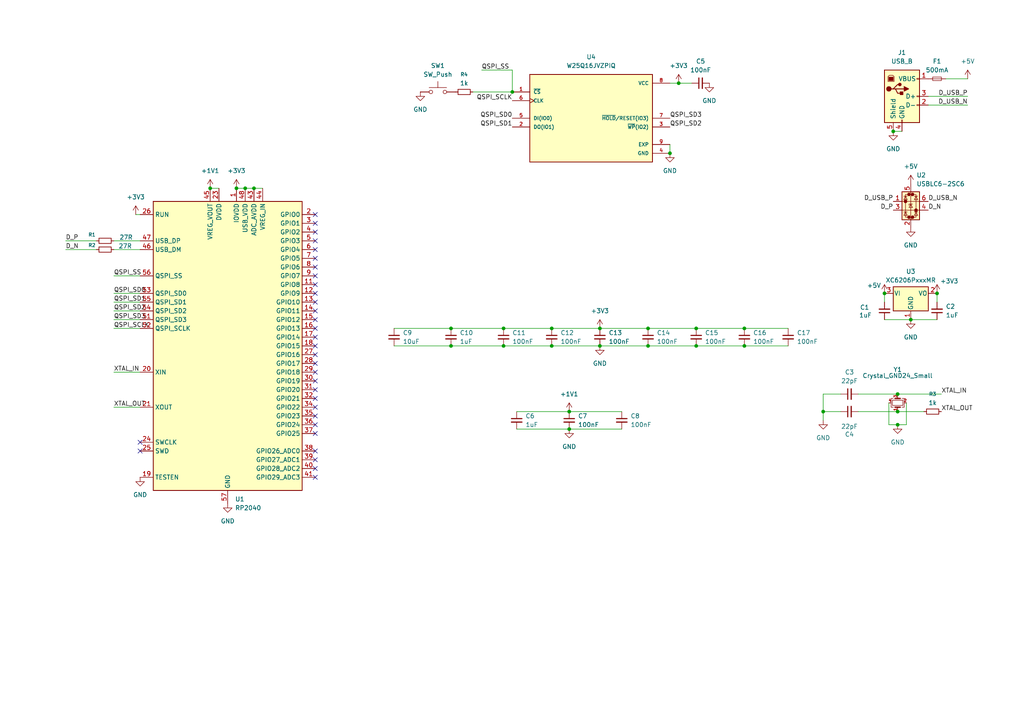
<source format=kicad_sch>
(kicad_sch (version 20250114) (generator "eeschema") (generator_version "9.0")
  (paper "A4")
  (lib_symbols
    (symbol "Connector:USB_B" (pin_names (offset 1.016))
      (property "Reference" "J" (at -5.08 11.43 0))
      (property "Value" "USB_B" (at -5.08 8.89 0))
      (symbol "USB_B_0_1"
        (rectangle (start -5.08 -7.62) (end 5.08 7.62) (stroke (width 0.254)) (fill (type background)))
        (polyline (pts (xy -4.064 4.318) (xy -2.286 4.318) (xy -2.286 5.715) (xy -2.667 6.096) (xy -3.683 6.096) (xy -4.064 5.715) (xy -4.064 4.318)))
        (rectangle (start -3.81 5.588) (end -2.54 4.572) (fill (type outline)))
        (circle (center -3.81 2.159) (radius 0.635) (stroke (width 0.254)) (fill (type outline)))
        (polyline (pts (xy -3.175 2.159) (xy -2.54 2.159) (xy -1.27 3.429) (xy -0.635 3.429)) (stroke (width 0.254)))
        (polyline (pts (xy -2.54 2.159) (xy -1.905 2.159) (xy -1.27 0.889) (xy 0 0.889)) (stroke (width 0.254)))
        (polyline (pts (xy -1.905 2.159) (xy 0.635 2.159)) (stroke (width 0.254)))
        (circle (center -0.635 3.429) (radius 0.381) (stroke (width 0.254)) (fill (type outline)))
        (rectangle (start -0.127 -7.62) (end 0.127 -6.858))
        (rectangle (start 0.254 1.27) (end -0.508 0.508) (stroke (width 0.254)) (fill (type outline)))
        (polyline (pts (xy 0.635 2.794) (xy 0.635 1.524) (xy 1.905 2.159) (xy 0.635 2.794)) (stroke (width 0.254)) (fill (type outline)))
        (rectangle (start 5.08 4.953) (end 4.318 5.207))
        (rectangle (start 5.08 -0.127) (end 4.318 0.127))
        (rectangle (start 5.08 -2.667) (end 4.318 -2.413))
      )
      (symbol "USB_B_1_1"
        (pin passive line (at -2.54 -10.16 90) (length 2.54) (name "Shield") (number "5"))
        (pin power_out line (at 0 -10.16 90) (length 2.54) (name "GND") (number "4"))
        (pin power_out line (at 7.62 5.08 180) (length 2.54) (name "VBUS") (number "1"))
        (pin bidirectional line (at 7.62 0 180) (length 2.54) (name "D+") (number "3"))
        (pin bidirectional line (at 7.62 -2.54 180) (length 2.54) (name "D-") (number "2"))
      )
    )
    (symbol "Device:C_Small" (pin_numbers (hide yes)) (pin_names (offset 0.254) (hide yes))
      (property "Reference" "C" (at 0.254 1.778 0))
      (property "Value" "C_Small" (at 0.254 -2.032 0))
      (symbol "C_Small_0_1"
        (polyline (pts (xy -1.524 0.508) (xy 1.524 0.508)) (stroke (width 0.3048)))
        (polyline (pts (xy -1.524 -0.508) (xy 1.524 -0.508)) (stroke (width 0.3302)))
      )
      (symbol "C_Small_1_1"
        (pin passive line (at 0 2.54 270) (length 2.032) (name "~") (number "1"))
        (pin passive line (at 0 -2.54 90) (length 2.032) (name "~") (number "2"))
      )
    )
    (symbol "Device:Crystal_GND24_Small" (pin_names (offset 1.016) (hide yes))
      (property "Reference" "Y" (at 1.27 4.445 0))
      (property "Value" "Crystal_GND24_Small" (at 1.27 2.54 0))
      (symbol "Crystal_GND24_Small_0_1"
        (polyline (pts (xy -1.27 1.27) (xy -1.27 1.905) (xy 1.27 1.905) (xy 1.27 1.27)))
        (polyline (pts (xy -1.27 -0.762) (xy -1.27 0.762)) (stroke (width 0.381)))
        (polyline (pts (xy -1.27 -1.27) (xy -1.27 -1.905) (xy 1.27 -1.905) (xy 1.27 -1.27)))
        (rectangle (start -0.762 -1.524) (end 0.762 1.524))
        (polyline (pts (xy 1.27 -0.762) (xy 1.27 0.762)) (stroke (width 0.381)))
      )
      (symbol "Crystal_GND24_Small_1_1"
        (pin passive line (at -2.54 0 0) (length 1.27) (name "1") (number "1"))
        (pin passive line (at 0 2.54 270) (length 0.635) (name "4") (number "4"))
        (pin passive line (at 0 -2.54 90) (length 0.635) (name "2") (number "2"))
        (pin passive line (at 2.54 0 180) (length 1.27) (name "3") (number "3"))
      )
    )
    (symbol "Device:Fuse_Small" (pin_numbers (hide yes)) (pin_names (offset 0.254) (hide yes))
      (property "Reference" "F" (at 0 -1.524 0))
      (property "Value" "Fuse_Small" (at 0 1.524 0))
      (symbol "Fuse_Small_0_1"
        (rectangle (start -1.27 0.508) (end 1.27 -0.508))
        (polyline (pts (xy -1.27 0) (xy 1.27 0)))
      )
      (symbol "Fuse_Small_1_1"
        (pin passive line (at -2.54 0 0) (length 1.27) (name "~") (number "1"))
        (pin passive line (at 2.54 0 180) (length 1.27) (name "~") (number "2"))
      )
    )
    (symbol "Device:R_Small" (pin_numbers (hide yes)) (pin_names (offset 0.254) (hide yes))
      (property "Reference" "R" (at 0 0 90))
      (property "Value" "R_Small" (at 1.778 0 90))
      (symbol "R_Small_0_1"
        (rectangle (start -0.762 1.778) (end 0.762 -1.778) (stroke (width 0.2032)))
      )
      (symbol "R_Small_1_1"
        (pin passive line (at 0 2.54 270) (length 0.762) (name "~") (number "1"))
        (pin passive line (at 0 -2.54 90) (length 0.762) (name "~") (number "2"))
      )
    )
    (symbol "MCU_RaspberryPi:RP2040"
      (property "Reference" "U" (at 17.78 45.72 0))
      (property "Value" "RP2040" (at 17.78 43.18 0))
      (symbol "RP2040_0_1"
        (rectangle (start -21.59 41.91) (end 21.59 -41.91) (stroke (width 0.254)) (fill (type background)))
      )
      (symbol "RP2040_1_1"
        (pin input line (at -25.4 38.1 0) (length 3.81) (name "RUN") (number "26"))
        (pin bidirectional line (at -25.4 30.48 0) (length 3.81) (name "USB_DP") (number "47"))
        (pin bidirectional line (at -25.4 27.94 0) (length 3.81) (name "USB_DM") (number "46"))
        (pin bidirectional line (at -25.4 20.32 0) (length 3.81) (name "QSPI_SS") (number "56"))
        (pin bidirectional line (at -25.4 15.24 0) (length 3.81) (name "QSPI_SD0") (number "53"))
        (pin bidirectional line (at -25.4 12.7 0) (length 3.81) (name "QSPI_SD1") (number "55"))
        (pin bidirectional line (at -25.4 10.16 0) (length 3.81) (name "QSPI_SD2") (number "54"))
        (pin bidirectional line (at -25.4 7.62 0) (length 3.81) (name "QSPI_SD3") (number "51"))
        (pin output line (at -25.4 5.08 0) (length 3.81) (name "QSPI_SCLK") (number "52"))
        (pin input line (at -25.4 -7.62 0) (length 3.81) (name "XIN") (number "20"))
        (pin passive line (at -25.4 -17.78 0) (length 3.81) (name "XOUT") (number "21"))
        (pin input line (at -25.4 -27.94 0) (length 3.81) (name "SWCLK") (number "24"))
        (pin bidirectional line (at -25.4 -30.48 0) (length 3.81) (name "SWD") (number "25"))
        (pin input line (at -25.4 -38.1 0) (length 3.81) (name "TESTEN") (number "19"))
        (pin power_out line (at -5.08 45.72 270) (length 3.81) (name "VREG_VOUT") (number "45"))
        (pin power_in line (at -2.54 45.72 270) (length 3.81) (name "DVDD") (number "23"))
        (pin passive line (at -2.54 45.72 270) (length 3.81) (hide yes) (name "DVDD") (number "50"))
        (pin power_in line (at 0 -45.72 90) (length 3.81) (name "GND") (number "57"))
        (pin power_in line (at 2.54 45.72 270) (length 3.81) (name "IOVDD") (number "1"))
        (pin passive line (at 2.54 45.72 270) (length 3.81) (hide yes) (name "IOVDD") (number "10"))
        (pin passive line (at 2.54 45.72 270) (length 3.81) (hide yes) (name "IOVDD") (number "22"))
        (pin passive line (at 2.54 45.72 270) (length 3.81) (hide yes) (name "IOVDD") (number "33"))
        (pin passive line (at 2.54 45.72 270) (length 3.81) (hide yes) (name "IOVDD") (number "42"))
        (pin passive line (at 2.54 45.72 270) (length 3.81) (hide yes) (name "IOVDD") (number "49"))
        (pin power_in line (at 5.08 45.72 270) (length 3.81) (name "USB_VDD") (number "48"))
        (pin power_in line (at 7.62 45.72 270) (length 3.81) (name "ADC_AVDD") (number "43"))
        (pin power_in line (at 10.16 45.72 270) (length 3.81) (name "VREG_IN") (number "44"))
        (pin bidirectional line (at 25.4 38.1 180) (length 3.81) (name "GPIO0") (number "2"))
        (pin bidirectional line (at 25.4 35.56 180) (length 3.81) (name "GPIO1") (number "3"))
        (pin bidirectional line (at 25.4 33.02 180) (length 3.81) (name "GPIO2") (number "4"))
        (pin bidirectional line (at 25.4 30.48 180) (length 3.81) (name "GPIO3") (number "5"))
        (pin bidirectional line (at 25.4 27.94 180) (length 3.81) (name "GPIO4") (number "6"))
        (pin bidirectional line (at 25.4 25.4 180) (length 3.81) (name "GPIO5") (number "7"))
        (pin bidirectional line (at 25.4 22.86 180) (length 3.81) (name "GPIO6") (number "8"))
        (pin bidirectional line (at 25.4 20.32 180) (length 3.81) (name "GPIO7") (number "9"))
        (pin bidirectional line (at 25.4 17.78 180) (length 3.81) (name "GPIO8") (number "11"))
        (pin bidirectional line (at 25.4 15.24 180) (length 3.81) (name "GPIO9") (number "12"))
        (pin bidirectional line (at 25.4 12.7 180) (length 3.81) (name "GPIO10") (number "13"))
        (pin bidirectional line (at 25.4 10.16 180) (length 3.81) (name "GPIO11") (number "14"))
        (pin bidirectional line (at 25.4 7.62 180) (length 3.81) (name "GPIO12") (number "15"))
        (pin bidirectional line (at 25.4 5.08 180) (length 3.81) (name "GPIO13") (number "16"))
        (pin bidirectional line (at 25.4 2.54 180) (length 3.81) (name "GPIO14") (number "17"))
        (pin bidirectional line (at 25.4 0 180) (length 3.81) (name "GPIO15") (number "18"))
        (pin bidirectional line (at 25.4 -2.54 180) (length 3.81) (name "GPIO16") (number "27"))
        (pin bidirectional line (at 25.4 -5.08 180) (length 3.81) (name "GPIO17") (number "28"))
        (pin bidirectional line (at 25.4 -7.62 180) (length 3.81) (name "GPIO18") (number "29"))
        (pin bidirectional line (at 25.4 -10.16 180) (length 3.81) (name "GPIO19") (number "30"))
        (pin bidirectional line (at 25.4 -12.7 180) (length 3.81) (name "GPIO20") (number "31"))
        (pin bidirectional line (at 25.4 -15.24 180) (length 3.81) (name "GPIO21") (number "32"))
        (pin bidirectional line (at 25.4 -17.78 180) (length 3.81) (name "GPIO22") (number "34"))
        (pin bidirectional line (at 25.4 -20.32 180) (length 3.81) (name "GPIO23") (number "35"))
        (pin bidirectional line (at 25.4 -22.86 180) (length 3.81) (name "GPIO24") (number "36"))
        (pin bidirectional line (at 25.4 -25.4 180) (length 3.81) (name "GPIO25") (number "37"))
        (pin bidirectional line (at 25.4 -30.48 180) (length 3.81) (name "GPIO26_ADC0") (number "38"))
        (pin bidirectional line (at 25.4 -33.02 180) (length 3.81) (name "GPIO27_ADC1") (number "39"))
        (pin bidirectional line (at 25.4 -35.56 180) (length 3.81) (name "GPIO28_ADC2") (number "40"))
        (pin bidirectional line (at 25.4 -38.1 180) (length 3.81) (name "GPIO29_ADC3") (number "41"))
      )
    )
    (symbol "Power_Protection:USBLC6-2SC6" (pin_names (hide yes))
      (property "Reference" "U" (at 0.635 5.715 0))
      (property "Value" "USBLC6-2SC6" (at 0.635 3.81 0))
      (symbol "USBLC6-2SC6_0_0"
        (circle (center -1.524 0) (radius 0.0001) (stroke (width 0.508)))
        (circle (center -0.508 2.032) (radius 0.0001) (stroke (width 0.508)))
        (circle (center -0.508 -4.572) (radius 0.0001) (stroke (width 0.508)))
        (circle (center 0.508 2.032) (radius 0.0001) (stroke (width 0.508)))
        (circle (center 0.508 -4.572) (radius 0.0001) (stroke (width 0.508)))
        (circle (center 1.524 -2.54) (radius 0.0001) (stroke (width 0.508)))
      )
      (symbol "USBLC6-2SC6_0_1"
        (polyline (pts (xy -2.54 0) (xy 2.54 0)))
        (polyline (pts (xy -2.54 -2.54) (xy 2.54 -2.54)))
        (polyline (pts (xy -2.032 0.508) (xy -1.016 0.508) (xy -1.524 1.524) (xy -2.032 0.508)))
        (polyline (pts (xy -2.032 -3.048) (xy -1.016 -3.048)))
        (polyline (pts (xy -1.016 1.524) (xy -2.032 1.524)))
        (polyline (pts (xy -1.016 -4.064) (xy -2.032 -4.064) (xy -1.524 -3.048) (xy -1.016 -4.064)))
        (polyline (pts (xy -0.508 -1.143) (xy -0.508 -0.762) (xy 0.508 -0.762)))
        (polyline (pts (xy 0 2.54) (xy -0.508 2.032) (xy 0.508 2.032) (xy 0 1.524) (xy 0 -4.064) (xy -0.508 -4.572) (xy 0.508 -4.572) (xy 0 -5.08)))
        (polyline (pts (xy 0.508 -1.778) (xy -0.508 -1.778) (xy 0 -0.762) (xy 0.508 -1.778)))
        (polyline (pts (xy 1.016 1.524) (xy 2.032 1.524)))
        (polyline (pts (xy 1.016 -3.048) (xy 2.032 -3.048)))
        (polyline (pts (xy 2.032 0.508) (xy 1.016 0.508) (xy 1.524 1.524) (xy 2.032 0.508)))
        (polyline (pts (xy 2.032 -4.064) (xy 1.016 -4.064) (xy 1.524 -3.048) (xy 2.032 -4.064)))
      )
      (symbol "USBLC6-2SC6_1_1"
        (rectangle (start -2.54 2.794) (end 2.54 -5.334) (stroke (width 0.254)) (fill (type background)))
        (polyline (pts (xy -0.508 2.032) (xy -1.524 2.032) (xy -1.524 -4.572) (xy -0.508 -4.572)))
        (polyline (pts (xy 0.508 -4.572) (xy 1.524 -4.572) (xy 1.524 2.032) (xy 0.508 2.032)))
        (pin passive line (at -5.08 0 0) (length 2.54) (name "I/O1") (number "1"))
        (pin passive line (at -5.08 -2.54 0) (length 2.54) (name "I/O2") (number "3"))
        (pin passive line (at 0 5.08 270) (length 2.54) (name "VBUS") (number "5"))
        (pin passive line (at 0 -7.62 90) (length 2.54) (name "GND") (number "2"))
        (pin passive line (at 5.08 0 180) (length 2.54) (name "I/O1") (number "6"))
        (pin passive line (at 5.08 -2.54 180) (length 2.54) (name "I/O2") (number "4"))
      )
    )
    (symbol "Regulator_Linear:XC6206PxxxMR" (pin_names (offset 0.254))
      (property "Reference" "U" (at -3.81 3.175 0))
      (property "Value" "XC6206PxxxMR" (at 0 3.175 0))
      (symbol "XC6206PxxxMR_0_1"
        (rectangle (start -5.08 1.905) (end 5.08 -5.08) (stroke (width 0.254)) (fill (type background)))
      )
      (symbol "XC6206PxxxMR_1_1"
        (pin power_in line (at -7.62 0 0) (length 2.54) (name "VI") (number "3"))
        (pin power_in line (at 0 -7.62 90) (length 2.54) (name "GND") (number "1"))
        (pin power_out line (at 7.62 0 180) (length 2.54) (name "VO") (number "2"))
      )
    )
    (symbol "Switch:SW_Push" (pin_numbers (hide yes)) (pin_names (offset 1.016) (hide yes))
      (property "Reference" "SW" (at 1.27 2.54 0))
      (property "Value" "SW_Push" (at 0 -1.524 0))
      (symbol "SW_Push_0_1"
        (circle (center -2.032 0) (radius 0.508))
        (polyline (pts (xy 0 1.27) (xy 0 3.048)))
        (circle (center 2.032 0) (radius 0.508))
        (polyline (pts (xy 2.54 1.27) (xy -2.54 1.27)))
        (pin passive line (at -5.08 0 0) (length 2.54) (name "1") (number "1"))
        (pin passive line (at 5.08 0 180) (length 2.54) (name "2") (number "2"))
      )
    )
    (symbol "W25Q16JVZPIQ:W25Q16JVZPIQ" (pin_names (offset 1.016))
      (property "Reference" "U" (at -17.78 13.97 0))
      (property "Value" "W25Q16JVZPIQ" (at -17.78 -15.24 0))
      (symbol "W25Q16JVZPIQ_0_0"
        (rectangle (start -17.78 -12.7) (end 17.78 12.7) (stroke (width 0.254)) (fill (type background)))
        (pin input line (at -22.86 7.62 0) (length 5.08) (name "~{CS}") (number "1"))
        (pin input clock (at -22.86 5.08 0) (length 5.08) (name "CLK") (number "6"))
        (pin bidirectional line (at -22.86 0 0) (length 5.08) (name "DI(IO0)") (number "5"))
        (pin bidirectional line (at -22.86 -2.54 0) (length 5.08) (name "DO(IO1)") (number "2"))
        (pin power_in line (at 22.86 10.16 180) (length 5.08) (name "VCC") (number "8"))
        (pin bidirectional line (at 22.86 0 180) (length 5.08) (name "~{HOLD}/RESET(IO3)") (number "7"))
        (pin bidirectional line (at 22.86 -2.54 180) (length 5.08) (name "~{WP}(IO2)") (number "3"))
        (pin passive line (at 22.86 -7.62 180) (length 5.08) (name "EXP") (number "9"))
        (pin power_in line (at 22.86 -10.16 180) (length 5.08) (name "GND") (number "4"))
      )
    )
    (symbol "power:+1V1" (power) (pin_numbers (hide yes)) (pin_names (offset 0) (hide yes))
      (property "Value" "+1V1" (at 0 3.556 0))
      (symbol "+1V1_0_1"
        (polyline (pts (xy -0.762 1.27) (xy 0 2.54)))
        (polyline (pts (xy 0 2.54) (xy 0.762 1.27)))
        (polyline (pts (xy 0 0) (xy 0 2.54)))
      )
      (symbol "+1V1_1_1"
        (pin power_in line (at 0 0 90) (length 0) (name "~") (number "1"))
      )
    )
    (symbol "power:+3V3" (power) (pin_numbers (hide yes)) (pin_names (offset 0) (hide yes))
      (property "Value" "+3V3" (at 0 3.556 0))
      (symbol "+3V3_0_1"
        (polyline (pts (xy -0.762 1.27) (xy 0 2.54)))
        (polyline (pts (xy 0 2.54) (xy 0.762 1.27)))
        (polyline (pts (xy 0 0) (xy 0 2.54)))
      )
      (symbol "+3V3_1_1"
        (pin power_in line (at 0 0 90) (length 0) (name "~") (number "1"))
      )
    )
    (symbol "power:+5V" (power) (pin_numbers (hide yes)) (pin_names (offset 0) (hide yes))
      (property "Value" "+5V" (at 0 3.556 0))
      (symbol "+5V_0_1"
        (polyline (pts (xy -0.762 1.27) (xy 0 2.54)))
        (polyline (pts (xy 0 2.54) (xy 0.762 1.27)))
        (polyline (pts (xy 0 0) (xy 0 2.54)))
      )
      (symbol "+5V_1_1"
        (pin power_in line (at 0 0 90) (length 0) (name "~") (number "1"))
      )
    )
    (symbol "power:GND" (power) (pin_numbers (hide yes)) (pin_names (offset 0) (hide yes))
      (property "Value" "GND" (at 0 -3.81 0))
      (symbol "GND_0_1"
        (polyline (pts (xy 0 0) (xy 0 -1.27) (xy 1.27 -1.27) (xy 0 -2.54) (xy -1.27 -1.27) (xy 0 -1.27)))
      )
      (symbol "GND_1_1"
        (pin power_in line (at 0 0 270) (length 0) (name "~") (number "1"))
      )
    )
  )
  (junction (at 130.81 95.25))
  (junction (at 201.93 95.25))
  (junction (at 165.1 124.46))
  (junction (at 148.59 26.67))
  (junction (at 256.54 85.09))
  (junction (at 260.35 119.38))
  (junction (at 194.31 44.45))
  (junction (at 215.9 100.33))
  (junction (at 160.02 95.25))
  (junction (at 201.93 100.33))
  (junction (at 271.78 85.09))
  (junction (at 71.12 54.61))
  (junction (at 260.35 123.19))
  (junction (at 264.16 92.71))
  (junction (at 173.99 95.25))
  (junction (at 160.02 100.33))
  (junction (at 146.05 95.25))
  (junction (at 130.81 100.33))
  (junction (at 259.08 38.1))
  (junction (at 187.96 100.33))
  (junction (at 173.99 100.33))
  (junction (at 165.1 119.38))
  (junction (at 215.9 95.25))
  (junction (at 146.05 100.33))
  (junction (at 73.66 54.61))
  (junction (at 60.96 54.61))
  (junction (at 196.85 24.13))
  (junction (at 260.35 114.3))
  (junction (at 68.58 54.61))
  (junction (at 238.76 119.38))
  (junction (at 187.96 95.25))
  (no_connect (at 91.44 92.71))
  (no_connect (at 91.44 87.63))
  (no_connect (at 91.44 120.65))
  (no_connect (at 91.44 110.49))
  (no_connect (at 91.44 102.87))
  (no_connect (at 91.44 67.31))
  (no_connect (at 91.44 95.25))
  (no_connect (at 91.44 64.77))
  (no_connect (at 91.44 133.35))
  (no_connect (at 40.64 130.81))
  (no_connect (at 91.44 135.89))
  (no_connect (at 91.44 100.33))
  (no_connect (at 91.44 113.03))
  (no_connect (at 91.44 97.79))
  (no_connect (at 91.44 125.73))
  (no_connect (at 91.44 69.85))
  (no_connect (at 91.44 80.01))
  (no_connect (at 91.44 123.19))
  (no_connect (at 91.44 90.17))
  (no_connect (at 91.44 85.09))
  (no_connect (at 91.44 62.23))
  (no_connect (at 91.44 138.43))
  (no_connect (at 91.44 118.11))
  (no_connect (at 91.44 115.57))
  (no_connect (at 91.44 72.39))
  (no_connect (at 40.64 128.27))
  (no_connect (at 91.44 105.41))
  (no_connect (at 91.44 107.95))
  (no_connect (at 91.44 82.55))
  (no_connect (at 91.44 130.81))
  (no_connect (at 91.44 74.93))
  (no_connect (at 91.44 77.47))
  (wire (pts (xy 274.32 22.86) (xy 280.67 22.86)))
  (wire (pts (xy 215.9 95.25) (xy 228.6 95.25)))
  (wire (pts (xy 194.31 41.91) (xy 194.31 44.45)))
  (wire (pts (xy 165.1 119.38) (xy 180.34 119.38)))
  (wire (pts (xy 33.02 90.17) (xy 40.64 90.17)))
  (wire (pts (xy 256.54 92.71) (xy 264.16 92.71)))
  (wire (pts (xy 130.81 95.25) (xy 146.05 95.25)))
  (wire (pts (xy 130.81 100.33) (xy 146.05 100.33)))
  (wire (pts (xy 248.92 119.38) (xy 260.35 119.38)))
  (wire (pts (xy 149.86 124.46) (xy 165.1 124.46)))
  (wire (pts (xy 165.1 124.46) (xy 180.34 124.46)))
  (wire (pts (xy 262.89 116.84) (xy 262.89 123.19)))
  (wire (pts (xy 262.89 123.19) (xy 260.35 123.19)))
  (wire (pts (xy 257.81 116.84) (xy 257.81 123.19)))
  (wire (pts (xy 196.85 24.13) (xy 200.66 24.13)))
  (wire (pts (xy 146.05 100.33) (xy 160.02 100.33)))
  (wire (pts (xy 238.76 119.38) (xy 238.76 121.92)))
  (wire (pts (xy 259.08 38.1) (xy 261.62 38.1)))
  (wire (pts (xy 39.37 62.23) (xy 40.64 62.23)))
  (wire (pts (xy 139.7 20.32) (xy 148.59 20.32)))
  (wire (pts (xy 187.96 95.25) (xy 201.93 95.25)))
  (wire (pts (xy 173.99 100.33) (xy 187.96 100.33)))
  (wire (pts (xy 264.16 92.71) (xy 271.78 92.71)))
  (wire (pts (xy 73.66 54.61) (xy 76.2 54.61)))
  (wire (pts (xy 68.58 54.61) (xy 71.12 54.61)))
  (wire (pts (xy 33.02 85.09) (xy 40.64 85.09)))
  (wire (pts (xy 256.54 85.09) (xy 256.54 87.63)))
  (wire (pts (xy 60.96 54.61) (xy 63.5 54.61)))
  (wire (pts (xy 248.92 114.3) (xy 260.35 114.3)))
  (wire (pts (xy 269.24 27.94) (xy 280.67 27.94)))
  (wire (pts (xy 160.02 95.25) (xy 173.99 95.25)))
  (wire (pts (xy 148.59 26.67) (xy 148.59 20.32)))
  (wire (pts (xy 146.05 95.25) (xy 160.02 95.25)))
  (wire (pts (xy 33.02 87.63) (xy 40.64 87.63)))
  (wire (pts (xy 215.9 100.33) (xy 228.6 100.33)))
  (wire (pts (xy 271.78 85.09) (xy 271.78 87.63)))
  (wire (pts (xy 160.02 100.33) (xy 173.99 100.33)))
  (wire (pts (xy 19.05 72.39) (xy 27.94 72.39)))
  (wire (pts (xy 194.31 24.13) (xy 196.85 24.13)))
  (wire (pts (xy 114.3 95.25) (xy 130.81 95.25)))
  (wire (pts (xy 19.05 69.85) (xy 27.94 69.85)))
  (wire (pts (xy 187.96 100.33) (xy 201.93 100.33)))
  (wire (pts (xy 201.93 95.25) (xy 215.9 95.25)))
  (wire (pts (xy 33.02 92.71) (xy 40.64 92.71)))
  (wire (pts (xy 149.86 119.38) (xy 165.1 119.38)))
  (wire (pts (xy 257.81 123.19) (xy 260.35 123.19)))
  (wire (pts (xy 173.99 95.25) (xy 187.96 95.25)))
  (wire (pts (xy 114.3 100.33) (xy 130.81 100.33)))
  (wire (pts (xy 243.84 119.38) (xy 238.76 119.38)))
  (wire (pts (xy 269.24 30.48) (xy 280.67 30.48)))
  (wire (pts (xy 137.16 26.67) (xy 148.59 26.67)))
  (wire (pts (xy 243.84 114.3) (xy 238.76 114.3)))
  (wire (pts (xy 33.02 95.25) (xy 40.64 95.25)))
  (wire (pts (xy 33.02 72.39) (xy 40.64 72.39)))
  (wire (pts (xy 201.93 100.33) (xy 215.9 100.33)))
  (wire (pts (xy 71.12 54.61) (xy 73.66 54.61)))
  (wire (pts (xy 33.02 69.85) (xy 40.64 69.85)))
  (wire (pts (xy 238.76 114.3) (xy 238.76 119.38)))
  (wire (pts (xy 33.02 80.01) (xy 40.64 80.01)))
  (wire (pts (xy 260.35 119.38) (xy 267.97 119.38)))
  (wire (pts (xy 260.35 114.3) (xy 273.05 114.3)))
  (wire (pts (xy 33.02 107.95) (xy 40.64 107.95)))
  (wire (pts (xy 33.02 118.11) (xy 40.64 118.11)))
  (label "D_P" (at 259.08 60.96 180))
  (label "XTAL_OUT" (at 273.05 119.38 0))
  (label "D_USB_P" (at 259.08 58.42 180))
  (label "D_USB_P" (at 280.67 27.94 180))
  (label "D_P" (at 19.05 69.85 0))
  (label "D_N" (at 19.05 72.39 0))
  (label "QSPI_SD2" (at 194.31 36.83 0))
  (label "D_USB_N" (at 269.24 58.42 0))
  (label "QSPI_SD1" (at 33.02 87.63 0))
  (label "QSPI_SS" (at 33.02 80.01 0))
  (label "D_N" (at 269.24 60.96 0))
  (label "XTAL_IN" (at 273.05 114.3 0))
  (label "QSPI_SD1" (at 148.59 36.83 180))
  (label "QSPI_SCLK" (at 148.59 29.21 180))
  (label "QSPI_SCLK" (at 33.02 95.25 0))
  (label "QSPI_SS" (at 139.7 20.32 0))
  (label "QSPI_SD3" (at 194.31 34.29 0))
  (label "QSPI_SD0" (at 148.59 34.29 180))
  (label "D_USB_N" (at 280.67 30.48 180))
  (label "QSPI_SD0" (at 33.02 85.09 0))
  (label "XTAL_OUT" (at 33.02 118.11 0))
  (label "XTAL_IN" (at 33.02 107.95 0))
  (label "QSPI_SD2" (at 33.02 90.17 0))
  (label "QSPI_SD3" (at 33.02 92.71 0))
  (symbol (lib_id "Device:C_Small") (at 271.78 90.17 180) (unit 1)
    (property "Reference" "C2" (at 274.32 88.8935 0) (effects (justify right)))
    (property "Value" "1uF" (at 274.32 91.4335 0) (effects (justify right)))
    (property "Footprint" "Capacitor_SMD:C_0402_1005Metric-notxt" (effects (hide yes)))
    (property "Description" "Unpolarized capacitor, small symbol" (effects (hide yes)))
  )
  (symbol (lib_id "power:GND") (at 260.35 123.19 0) (unit 1)
    (property "Reference" "#PWR013" (effects (hide yes)))
    (property "Value" "GND" (at 260.35 128.27 0))
    (property "Description" "Power symbol creates a global label with name \"GND\" , ground" (effects (hide yes)))
  )
  (symbol (lib_id "Device:C_Small") (at 160.02 97.79 0) (unit 1)
    (property "Reference" "C12" (at 162.56 96.5262 0) (effects (justify left)))
    (property "Value" "100nF" (at 162.56 99.0662 0) (effects (justify left)))
    (property "Footprint" "Capacitor_SMD:C_0402_1005Metric-notxt" (effects (hide yes)))
    (property "Description" "Unpolarized capacitor, small symbol" (effects (hide yes)))
  )
  (symbol (lib_id "Power_Protection:USBLC6-2SC6") (at 264.16 58.42 0) (unit 1)
    (property "Reference" "U2" (at 265.8111 50.8 0) (effects (justify left)))
    (property "Value" "USBLC6-2SC6" (at 265.8111 53.34 0) (effects (justify left)))
    (property "Footprint" "Package_TO_SOT_SMD:SOT-23-6" (effects (hide yes)))
    (property "Datasheet" "https://www.st.com/resource/en/datasheet/usblc6-2.pdf" (effects (hide yes)))
    (property "Description" "Very low capacitance ESD protection diode, 2 data-line, SOT-23-6" (effects (hide yes)))
  )
  (symbol (lib_id "Device:R_Small") (at 30.48 69.85 90) (unit 1)
    (property "Reference" "R1" (at 26.67 68.072 90) (effects (font (size 1.016 1.016))))
    (property "Value" "27R" (at 36.576 68.834 90))
    (property "Footprint" "Resistor_SMD:R_0402_1005Metric-notext" (effects (hide yes)))
    (property "Description" "Resistor, small symbol" (effects (hide yes)))
  )
  (symbol (lib_id "Device:C_Small") (at 246.38 119.38 90) (unit 1)
    (property "Reference" "C4" (at 246.38 125.984 90))
    (property "Value" "22pF" (at 246.38 123.698 90))
    (property "Footprint" "Capacitor_SMD:C_0402_1005Metric-notxt" (effects (hide yes)))
    (property "Description" "Unpolarized capacitor, small symbol" (effects (hide yes)))
  )
  (symbol (lib_id "power:GND") (at 238.76 121.92 0) (unit 1)
    (property "Reference" "#PWR014" (effects (hide yes)))
    (property "Value" "GND" (at 238.76 127 0))
    (property "Description" "Power symbol creates a global label with name \"GND\" , ground" (effects (hide yes)))
  )
  (symbol (lib_id "power:+3V3") (at 196.85 24.13 0) (unit 1)
    (property "Reference" "#PWR016" (effects (hide yes)))
    (property "Value" "+3V3" (at 196.85 19.05 0))
    (property "Description" "Power symbol creates a global label with name \"+3V3\"" (effects (hide yes)))
  )
  (symbol (lib_id "Device:Fuse_Small") (at 271.78 22.86 0) (unit 1)
    (property "Reference" "F1" (at 271.78 17.78 0))
    (property "Value" "500mA" (at 271.78 20.32 0))
    (property "Footprint" "Fuse:Fuse_1206_3216Metric-notxt" (effects (hide yes)))
    (property "Description" "Fuse, small symbol" (effects (hide yes)))
  )
  (symbol (lib_id "MCU_RaspberryPi:RP2040") (at 66.04 100.33 0) (unit 1)
    (property "Reference" "U1" (at 68.1833 144.78 0) (effects (justify left)))
    (property "Value" "RP2040" (at 68.1833 147.32 0) (effects (justify left)))
    (property "Footprint" "Package_DFN_QFN:QFN-56-1EP_7x7mm_P0.4mm_EP3.2x3.2mm" (effects (hide yes)))
    (property "Datasheet" "https://datasheets.raspberrypi.com/rp2040/rp2040-datasheet.pdf" (effects (hide yes)))
    (property "Description" "A microcontroller by Raspberry Pi" (effects (hide yes)))
  )
  (symbol (lib_id "power:+5V") (at 256.54 85.09 0) (unit 1)
    (property "Reference" "#PWR011" (effects (hide yes)))
    (property "Value" "+5V" (at 253.492 82.804 0))
    (property "Description" "Power symbol creates a global label with name \"+5V\"" (effects (hide yes)))
  )
  (symbol (lib_id "Device:C_Small") (at 165.1 121.92 0) (unit 1)
    (property "Reference" "C7" (at 167.64 120.6562 0) (effects (justify left)))
    (property "Value" "100nF" (at 167.64 123.1962 0) (effects (justify left)))
    (property "Footprint" "Capacitor_SMD:C_0402_1005Metric-notxt" (effects (hide yes)))
    (property "Description" "Unpolarized capacitor, small symbol" (effects (hide yes)))
  )
  (symbol (lib_id "power:+5V") (at 280.67 22.86 0) (unit 1)
    (property "Reference" "#PWR07" (effects (hide yes)))
    (property "Value" "+5V" (at 280.67 17.78 0))
    (property "Description" "Power symbol creates a global label with name \"+5V\"" (effects (hide yes)))
  )
  (symbol (lib_id "power:GND") (at 173.99 100.33 0) (unit 1)
    (property "Reference" "#PWR021" (effects (hide yes)))
    (property "Value" "GND" (at 173.99 105.41 0))
    (property "Description" "Power symbol creates a global label with name \"GND\" , ground" (effects (hide yes)))
  )
  (symbol (lib_id "power:+1V1") (at 165.1 119.38 0) (unit 1)
    (property "Reference" "#PWR020" (effects (hide yes)))
    (property "Value" "+1V1" (at 165.1 114.3 0))
    (property "Description" "Power symbol creates a global label with name \"+1V1\"" (effects (hide yes)))
  )
  (symbol (lib_id "Connector:USB_B") (at 261.62 27.94 0) (unit 1)
    (property "Reference" "J1" (at 261.62 15.24 0))
    (property "Value" "USB_B" (at 261.62 17.78 0))
    (property "Footprint" "Connector_USB:USB_B_Lumberg_2411_02_Horizontal-notxt" (effects (hide yes)))
    (property "Description" "USB Type B connector" (effects (hide yes)))
  )
  (symbol (lib_id "power:GND") (at 40.64 138.43 0) (unit 1)
    (property "Reference" "#PWR05" (effects (hide yes)))
    (property "Value" "GND" (at 40.64 143.51 0))
    (property "Description" "Power symbol creates a global label with name \"GND\" , ground" (effects (hide yes)))
  )
  (symbol (lib_id "Device:C_Small") (at 246.38 114.3 90) (unit 1)
    (property "Reference" "C3" (at 246.3863 107.95 90))
    (property "Value" "22pF" (at 246.3863 110.49 90))
    (property "Footprint" "Capacitor_SMD:C_0402_1005Metric-notxt" (effects (hide yes)))
    (property "Description" "Unpolarized capacitor, small symbol" (effects (hide yes)))
  )
  (symbol (lib_id "Device:C_Small") (at 173.99 97.79 0) (unit 1)
    (property "Reference" "C13" (at 176.53 96.5262 0) (effects (justify left)))
    (property "Value" "100nF" (at 176.53 99.0662 0) (effects (justify left)))
    (property "Footprint" "Capacitor_SMD:C_0402_1005Metric-notxt" (effects (hide yes)))
    (property "Description" "Unpolarized capacitor, small symbol" (effects (hide yes)))
  )
  (symbol (lib_id "Device:R_Small") (at 270.51 119.38 90) (unit 1)
    (property "Reference" "R3" (at 270.51 114.3 90) (effects (font (size 1.016 1.016))))
    (property "Value" "1k" (at 270.51 116.84 90))
    (property "Footprint" "Resistor_SMD:R_0402_1005Metric-notext" (effects (hide yes)))
    (property "Description" "Resistor, small symbol" (effects (hide yes)))
  )
  (symbol (lib_id "power:GND") (at 259.08 38.1 0) (unit 1)
    (property "Reference" "#PWR06" (effects (hide yes)))
    (property "Value" "GND" (at 259.08 43.18 0))
    (property "Description" "Power symbol creates a global label with name \"GND\" , ground" (effects (hide yes)))
  )
  (symbol (lib_id "power:GND") (at 121.92 26.67 0) (unit 1)
    (property "Reference" "#PWR018" (effects (hide yes)))
    (property "Value" "GND" (at 121.92 31.75 0))
    (property "Description" "Power symbol creates a global label with name \"GND\" , ground" (effects (hide yes)))
  )
  (symbol (lib_id "Device:C_Small") (at 215.9 97.79 0) (unit 1)
    (property "Reference" "C16" (at 218.44 96.5262 0) (effects (justify left)))
    (property "Value" "100nF" (at 218.44 99.0662 0) (effects (justify left)))
    (property "Footprint" "Capacitor_SMD:C_0402_1005Metric-notxt" (effects (hide yes)))
    (property "Description" "Unpolarized capacitor, small symbol" (effects (hide yes)))
  )
  (symbol (lib_id "power:GND") (at 264.16 92.71 0) (unit 1)
    (property "Reference" "#PWR010" (effects (hide yes)))
    (property "Value" "GND" (at 264.16 97.79 0))
    (property "Description" "Power symbol creates a global label with name \"GND\" , ground" (effects (hide yes)))
  )
  (symbol (lib_id "power:GND") (at 264.16 66.04 0) (unit 1)
    (property "Reference" "#PWR09" (effects (hide yes)))
    (property "Value" "GND" (at 264.16 71.12 0))
    (property "Description" "Power symbol creates a global label with name \"GND\" , ground" (effects (hide yes)))
  )
  (symbol (lib_id "Device:Crystal_GND24_Small") (at 260.35 116.84 90) (unit 1)
    (property "Reference" "Y1" (at 260.35 107.188 90))
    (property "Value" "Crystal_GND24_Small" (at 260.35 108.966 90))
    (property "Footprint" "Crystal:Crystal_SMD_3225-4Pin_3.2x2.5mm-notxt" (effects (hide yes)))
    (property "Description" "Four pin crystal, GND on pins 2 and 4, small symbol" (effects (hide yes)))
  )
  (symbol (lib_id "W25Q16JVZPIQ:W25Q16JVZPIQ") (at 171.45 34.29 0) (unit 1)
    (property "Reference" "U4" (at 171.45 16.51 0))
    (property "Value" "W25Q16JVZPIQ" (at 171.45 19.05 0))
    (property "Footprint" "W25Q16JVZPIQ (2):SON127P500X600X80-9N" (effects (hide yes)))
    (property "MF" "Winbond Electronics" (effects (hide yes)))
    (property "DESCRIPTION" "FLASH - NOR Memory IC 16Mb (2M x 8) SPI - Quad I/O 133MHz 8-WSON (6x5)" (effects (hide yes)))
    (property "PACKAGE" "WSON-8 Winbond" (effects (hide yes)))
    (property "PRICE" "None" (effects (hide yes)))
    (property "Package" "WSON-8 Winbond" (effects (hide yes)))
    (property "Check_prices" "https://www.snapeda.com/parts/W25Q16JVZPIQ/Winbond/view-part/?ref=eda" (effects (hide yes)))
    (property "Price" "None" (effects (hide yes)))
    (property "SnapEDA_Link" "https://www.snapeda.com/parts/W25Q16JVZPIQ/Winbond/view-part/?ref=snap" (effects (hide yes)))
    (property "MP" "W25Q16JVZPIQ" (effects (hide yes)))
    (property "DIGIKEY-PURCHASE-URL" "https://snapeda.com/shop?store=DigiKey&id=618097" (effects (hide yes)))
    (property "Availability" "In Stock" (effects (hide yes)))
    (property "AVAILABILITY" "Unavailable" (effects (hide yes)))
    (property "Description_1" "FLASH - NOR Memory IC 16Mb (2M x 8) SPI - Quad I/O 133 MHz 8-WSON (6x5)" (effects (hide yes)))
  )
  (symbol (lib_id "power:+3V3") (at 39.37 62.23 0) (unit 1)
    (property "Reference" "#PWR01" (effects (hide yes)))
    (property "Value" "+3V3" (at 39.37 57.15 0))
    (property "Description" "Power symbol creates a global label with name \"+3V3\"" (effects (hide yes)))
  )
  (symbol (lib_id "Device:C_Small") (at 187.96 97.79 0) (unit 1)
    (property "Reference" "C14" (at 190.5 96.5262 0) (effects (justify left)))
    (property "Value" "100nF" (at 190.5 99.0662 0) (effects (justify left)))
    (property "Footprint" "Capacitor_SMD:C_0402_1005Metric-notxt" (effects (hide yes)))
    (property "Description" "Unpolarized capacitor, small symbol" (effects (hide yes)))
  )
  (symbol (lib_id "power:+3V3") (at 173.99 95.25 0) (unit 1)
    (property "Reference" "#PWR022" (effects (hide yes)))
    (property "Value" "+3V3" (at 173.99 90.17 0))
    (property "Description" "Power symbol creates a global label with name \"+3V3\"" (effects (hide yes)))
  )
  (symbol (lib_id "Device:C_Small") (at 114.3 97.79 0) (unit 1)
    (property "Reference" "C9" (at 116.84 96.5262 0) (effects (justify left)))
    (property "Value" "10uF" (at 116.84 99.0662 0) (effects (justify left)))
    (property "Footprint" "Capacitor_SMD:C_0402_1005Metric-notxt" (effects (hide yes)))
    (property "Description" "Unpolarized capacitor, small symbol" (effects (hide yes)))
  )
  (symbol (lib_id "Device:C_Small") (at 180.34 121.92 0) (unit 1)
    (property "Reference" "C8" (at 182.88 120.6562 0) (effects (justify left)))
    (property "Value" "100nF" (at 182.88 123.1962 0) (effects (justify left)))
    (property "Footprint" "Capacitor_SMD:C_0402_1005Metric-notxt" (effects (hide yes)))
    (property "Description" "Unpolarized capacitor, small symbol" (effects (hide yes)))
  )
  (symbol (lib_id "Device:C_Small") (at 256.54 90.17 180) (unit 1)
    (property "Reference" "C1" (at 249.428 89.154 0) (effects (justify right)))
    (property "Value" "1uF" (at 249.174 91.44 0) (effects (justify right)))
    (property "Footprint" "Capacitor_SMD:C_0402_1005Metric-notxt" (effects (hide yes)))
    (property "Description" "Unpolarized capacitor, small symbol" (effects (hide yes)))
  )
  (symbol (lib_id "power:GND") (at 165.1 124.46 0) (unit 1)
    (property "Reference" "#PWR019" (effects (hide yes)))
    (property "Value" "GND" (at 165.1 129.54 0))
    (property "Description" "Power symbol creates a global label with name \"GND\" , ground" (effects (hide yes)))
  )
  (symbol (lib_id "Device:C_Small") (at 203.2 24.13 90) (unit 1)
    (property "Reference" "C5" (at 203.2063 17.78 90))
    (property "Value" "100nF" (at 203.2063 20.32 90))
    (property "Footprint" "Capacitor_SMD:C_0402_1005Metric-notxt" (effects (hide yes)))
    (property "Description" "Unpolarized capacitor, small symbol" (effects (hide yes)))
  )
  (symbol (lib_id "power:+1V1") (at 60.96 54.61 0) (unit 1)
    (property "Reference" "#PWR03" (effects (hide yes)))
    (property "Value" "+1V1" (at 60.96 49.53 0))
    (property "Description" "Power symbol creates a global label with name \"+1V1\"" (effects (hide yes)))
  )
  (symbol (lib_id "Switch:SW_Push") (at 127 26.67 0) (unit 1)
    (property "Reference" "SW1" (at 127 19.05 0))
    (property "Value" "SW_Push" (at 127 21.59 0))
    (property "Footprint" "Button_Switch_SMD:SW_SPST_EVQP2-notxt" (effects (hide yes)))
    (property "Description" "Push button switch, generic, two pins" (effects (hide yes)))
  )
  (symbol (lib_id "Device:C_Small") (at 228.6 97.79 0) (unit 1)
    (property "Reference" "C17" (at 231.14 96.5262 0) (effects (justify left)))
    (property "Value" "100nF" (at 231.14 99.0662 0) (effects (justify left)))
    (property "Footprint" "Capacitor_SMD:C_0402_1005Metric-notxt" (effects (hide yes)))
    (property "Description" "Unpolarized capacitor, small symbol" (effects (hide yes)))
  )
  (symbol (lib_id "Device:R_Small") (at 134.62 26.67 270) (unit 1)
    (property "Reference" "R4" (at 134.62 21.59 90) (effects (font (size 1.016 1.016))))
    (property "Value" "1k" (at 134.62 24.13 90))
    (property "Footprint" "Resistor_SMD:R_0402_1005Metric-notext" (effects (hide yes)))
    (property "Description" "Resistor, small symbol" (effects (hide yes)))
  )
  (symbol (lib_id "power:+3V3") (at 68.58 54.61 0) (unit 1)
    (property "Reference" "#PWR02" (effects (hide yes)))
    (property "Value" "+3V3" (at 68.58 49.53 0))
    (property "Description" "Power symbol creates a global label with name \"+3V3\"" (effects (hide yes)))
  )
  (symbol (lib_id "Regulator_Linear:XC6206PxxxMR") (at 264.16 85.09 0) (unit 1)
    (property "Reference" "U3" (at 264.16 78.74 0))
    (property "Value" "XC6206PxxxMR" (at 264.16 81.28 0))
    (property "Footprint" "Package_TO_SOT_SMD:SOT-23-3" (effects (hide yes)))
    (property "Datasheet" "https://www.torexsemi.com/file/xc6206/XC6206.pdf" (effects (hide yes)))
    (property "Description" "Positive 60-250mA Low Dropout Regulator, Fixed Output, SOT-23" (effects (hide yes)))
  )
  (symbol (lib_id "power:GND") (at 66.04 146.05 0) (unit 1)
    (property "Reference" "#PWR04" (effects (hide yes)))
    (property "Value" "GND" (at 66.04 151.13 0))
    (property "Description" "Power symbol creates a global label with name \"GND\" , ground" (effects (hide yes)))
  )
  (symbol (lib_id "Device:C_Small") (at 201.93 97.79 0) (unit 1)
    (property "Reference" "C15" (at 204.47 96.5262 0) (effects (justify left)))
    (property "Value" "100nF" (at 204.47 99.0662 0) (effects (justify left)))
    (property "Footprint" "Capacitor_SMD:C_0402_1005Metric-notxt" (effects (hide yes)))
    (property "Description" "Unpolarized capacitor, small symbol" (effects (hide yes)))
  )
  (symbol (lib_id "power:+3V3") (at 271.78 85.09 0) (unit 1)
    (property "Reference" "#PWR012" (effects (hide yes)))
    (property "Value" "+3V3" (at 275.336 81.534 0))
    (property "Description" "Power symbol creates a global label with name \"+3V3\"" (effects (hide yes)))
  )
  (symbol (lib_id "power:GND") (at 194.31 44.45 0) (unit 1)
    (property "Reference" "#PWR017" (effects (hide yes)))
    (property "Value" "GND" (at 194.31 49.53 0))
    (property "Description" "Power symbol creates a global label with name \"GND\" , ground" (effects (hide yes)))
  )
  (symbol (lib_id "Device:C_Small") (at 149.86 121.92 0) (unit 1)
    (property "Reference" "C6" (at 152.4 120.6562 0) (effects (justify left)))
    (property "Value" "1uF" (at 152.4 123.1962 0) (effects (justify left)))
    (property "Footprint" "Capacitor_SMD:C_0402_1005Metric-notxt" (effects (hide yes)))
    (property "Description" "Unpolarized capacitor, small symbol" (effects (hide yes)))
  )
  (symbol (lib_id "Device:R_Small") (at 30.48 72.39 90) (unit 1)
    (property "Reference" "R2" (at 26.67 71.12 90) (effects (font (size 1.016 1.016))))
    (property "Value" "27R" (at 36.322 71.374 90))
    (property "Footprint" "Resistor_SMD:R_0402_1005Metric-notext" (effects (hide yes)))
    (property "Description" "Resistor, small symbol" (effects (hide yes)))
  )
  (symbol (lib_id "power:+5V") (at 264.16 53.34 0) (unit 1)
    (property "Reference" "#PWR08" (effects (hide yes)))
    (property "Value" "+5V" (at 264.16 48.26 0))
    (property "Description" "Power symbol creates a global label with name \"+5V\"" (effects (hide yes)))
  )
  (symbol (lib_id "Device:C_Small") (at 130.81 97.79 0) (unit 1)
    (property "Reference" "C10" (at 133.35 96.5262 0) (effects (justify left)))
    (property "Value" "1uF" (at 133.35 99.0662 0) (effects (justify left)))
    (property "Footprint" "Capacitor_SMD:C_0402_1005Metric-notxt" (effects (hide yes)))
    (property "Description" "Unpolarized capacitor, small symbol" (effects (hide yes)))
  )
  (symbol (lib_id "Device:C_Small") (at 146.05 97.79 0) (unit 1)
    (property "Reference" "C11" (at 148.59 96.5262 0) (effects (justify left)))
    (property "Value" "100nF" (at 148.59 99.0662 0) (effects (justify left)))
    (property "Footprint" "Capacitor_SMD:C_0402_1005Metric-notxt" (effects (hide yes)))
    (property "Description" "Unpolarized capacitor, small symbol" (effects (hide yes)))
  )
  (symbol (lib_id "power:GND") (at 205.74 24.13 0) (unit 1)
    (property "Reference" "#PWR015" (effects (hide yes)))
    (property "Value" "GND" (at 205.74 29.21 0))
    (property "Description" "Power symbol creates a global label with name \"GND\" , ground" (effects (hide yes)))
  )
)
</source>
